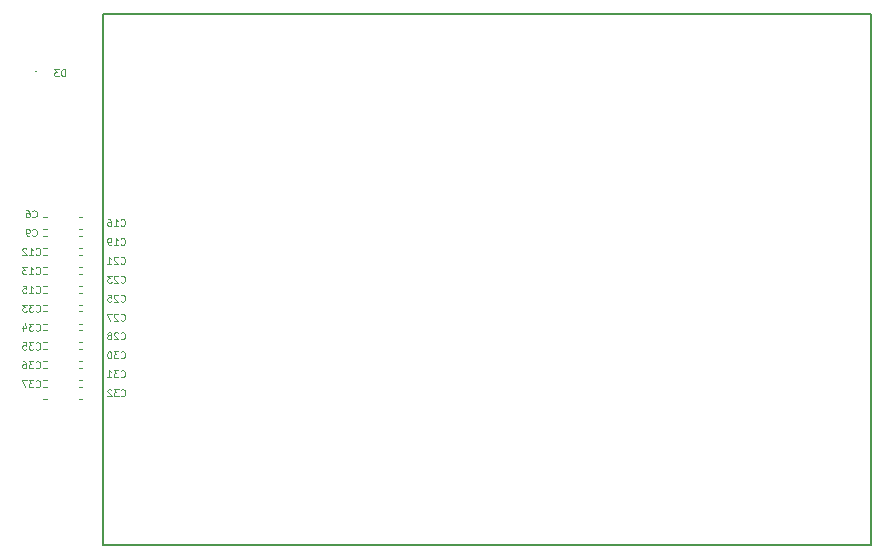
<source format=gbr>
%TF.GenerationSoftware,KiCad,Pcbnew,9.0.1*%
%TF.CreationDate,2025-05-02T11:49:09+03:00*%
%TF.ProjectId,Kampela_H1,4b616d70-656c-4615-9f48-312e6b696361,rev?*%
%TF.SameCoordinates,Original*%
%TF.FileFunction,Legend,Bot*%
%TF.FilePolarity,Positive*%
%FSLAX46Y46*%
G04 Gerber Fmt 4.6, Leading zero omitted, Abs format (unit mm)*
G04 Created by KiCad (PCBNEW 9.0.1) date 2025-05-02 11:49:09*
%MOMM*%
%LPD*%
G01*
G04 APERTURE LIST*
%ADD10C,0.200000*%
%ADD11C,0.120000*%
%ADD12C,0.100000*%
G04 APERTURE END LIST*
D10*
X101660000Y-73010000D02*
X166660000Y-73010000D01*
X166660000Y-118010000D01*
X101660000Y-118010000D01*
X101660000Y-73010000D01*
D11*
X95945714Y-99764188D02*
X95974286Y-99792760D01*
X95974286Y-99792760D02*
X96060000Y-99821331D01*
X96060000Y-99821331D02*
X96117143Y-99821331D01*
X96117143Y-99821331D02*
X96202857Y-99792760D01*
X96202857Y-99792760D02*
X96260000Y-99735617D01*
X96260000Y-99735617D02*
X96288571Y-99678474D01*
X96288571Y-99678474D02*
X96317143Y-99564188D01*
X96317143Y-99564188D02*
X96317143Y-99478474D01*
X96317143Y-99478474D02*
X96288571Y-99364188D01*
X96288571Y-99364188D02*
X96260000Y-99307045D01*
X96260000Y-99307045D02*
X96202857Y-99249902D01*
X96202857Y-99249902D02*
X96117143Y-99221331D01*
X96117143Y-99221331D02*
X96060000Y-99221331D01*
X96060000Y-99221331D02*
X95974286Y-99249902D01*
X95974286Y-99249902D02*
X95945714Y-99278474D01*
X95745714Y-99221331D02*
X95374286Y-99221331D01*
X95374286Y-99221331D02*
X95574286Y-99449902D01*
X95574286Y-99449902D02*
X95488571Y-99449902D01*
X95488571Y-99449902D02*
X95431429Y-99478474D01*
X95431429Y-99478474D02*
X95402857Y-99507045D01*
X95402857Y-99507045D02*
X95374286Y-99564188D01*
X95374286Y-99564188D02*
X95374286Y-99707045D01*
X95374286Y-99707045D02*
X95402857Y-99764188D01*
X95402857Y-99764188D02*
X95431429Y-99792760D01*
X95431429Y-99792760D02*
X95488571Y-99821331D01*
X95488571Y-99821331D02*
X95660000Y-99821331D01*
X95660000Y-99821331D02*
X95717143Y-99792760D01*
X95717143Y-99792760D02*
X95745714Y-99764188D01*
X94860000Y-99421331D02*
X94860000Y-99821331D01*
X95002857Y-99192760D02*
X95145714Y-99621331D01*
X95145714Y-99621331D02*
X94774285Y-99621331D01*
X103135714Y-95714188D02*
X103164286Y-95742760D01*
X103164286Y-95742760D02*
X103250000Y-95771331D01*
X103250000Y-95771331D02*
X103307143Y-95771331D01*
X103307143Y-95771331D02*
X103392857Y-95742760D01*
X103392857Y-95742760D02*
X103450000Y-95685617D01*
X103450000Y-95685617D02*
X103478571Y-95628474D01*
X103478571Y-95628474D02*
X103507143Y-95514188D01*
X103507143Y-95514188D02*
X103507143Y-95428474D01*
X103507143Y-95428474D02*
X103478571Y-95314188D01*
X103478571Y-95314188D02*
X103450000Y-95257045D01*
X103450000Y-95257045D02*
X103392857Y-95199902D01*
X103392857Y-95199902D02*
X103307143Y-95171331D01*
X103307143Y-95171331D02*
X103250000Y-95171331D01*
X103250000Y-95171331D02*
X103164286Y-95199902D01*
X103164286Y-95199902D02*
X103135714Y-95228474D01*
X102907143Y-95228474D02*
X102878571Y-95199902D01*
X102878571Y-95199902D02*
X102821429Y-95171331D01*
X102821429Y-95171331D02*
X102678571Y-95171331D01*
X102678571Y-95171331D02*
X102621429Y-95199902D01*
X102621429Y-95199902D02*
X102592857Y-95228474D01*
X102592857Y-95228474D02*
X102564286Y-95285617D01*
X102564286Y-95285617D02*
X102564286Y-95342760D01*
X102564286Y-95342760D02*
X102592857Y-95428474D01*
X102592857Y-95428474D02*
X102935714Y-95771331D01*
X102935714Y-95771331D02*
X102564286Y-95771331D01*
X102364285Y-95171331D02*
X101992857Y-95171331D01*
X101992857Y-95171331D02*
X102192857Y-95399902D01*
X102192857Y-95399902D02*
X102107142Y-95399902D01*
X102107142Y-95399902D02*
X102050000Y-95428474D01*
X102050000Y-95428474D02*
X102021428Y-95457045D01*
X102021428Y-95457045D02*
X101992857Y-95514188D01*
X101992857Y-95514188D02*
X101992857Y-95657045D01*
X101992857Y-95657045D02*
X102021428Y-95714188D01*
X102021428Y-95714188D02*
X102050000Y-95742760D01*
X102050000Y-95742760D02*
X102107142Y-95771331D01*
X102107142Y-95771331D02*
X102278571Y-95771331D01*
X102278571Y-95771331D02*
X102335714Y-95742760D01*
X102335714Y-95742760D02*
X102364285Y-95714188D01*
X103135714Y-90914188D02*
X103164286Y-90942760D01*
X103164286Y-90942760D02*
X103250000Y-90971331D01*
X103250000Y-90971331D02*
X103307143Y-90971331D01*
X103307143Y-90971331D02*
X103392857Y-90942760D01*
X103392857Y-90942760D02*
X103450000Y-90885617D01*
X103450000Y-90885617D02*
X103478571Y-90828474D01*
X103478571Y-90828474D02*
X103507143Y-90714188D01*
X103507143Y-90714188D02*
X103507143Y-90628474D01*
X103507143Y-90628474D02*
X103478571Y-90514188D01*
X103478571Y-90514188D02*
X103450000Y-90457045D01*
X103450000Y-90457045D02*
X103392857Y-90399902D01*
X103392857Y-90399902D02*
X103307143Y-90371331D01*
X103307143Y-90371331D02*
X103250000Y-90371331D01*
X103250000Y-90371331D02*
X103164286Y-90399902D01*
X103164286Y-90399902D02*
X103135714Y-90428474D01*
X102564286Y-90971331D02*
X102907143Y-90971331D01*
X102735714Y-90971331D02*
X102735714Y-90371331D01*
X102735714Y-90371331D02*
X102792857Y-90457045D01*
X102792857Y-90457045D02*
X102850000Y-90514188D01*
X102850000Y-90514188D02*
X102907143Y-90542760D01*
X102050000Y-90371331D02*
X102164285Y-90371331D01*
X102164285Y-90371331D02*
X102221428Y-90399902D01*
X102221428Y-90399902D02*
X102250000Y-90428474D01*
X102250000Y-90428474D02*
X102307142Y-90514188D01*
X102307142Y-90514188D02*
X102335714Y-90628474D01*
X102335714Y-90628474D02*
X102335714Y-90857045D01*
X102335714Y-90857045D02*
X102307142Y-90914188D01*
X102307142Y-90914188D02*
X102278571Y-90942760D01*
X102278571Y-90942760D02*
X102221428Y-90971331D01*
X102221428Y-90971331D02*
X102107142Y-90971331D01*
X102107142Y-90971331D02*
X102050000Y-90942760D01*
X102050000Y-90942760D02*
X102021428Y-90914188D01*
X102021428Y-90914188D02*
X101992857Y-90857045D01*
X101992857Y-90857045D02*
X101992857Y-90714188D01*
X101992857Y-90714188D02*
X102021428Y-90657045D01*
X102021428Y-90657045D02*
X102050000Y-90628474D01*
X102050000Y-90628474D02*
X102107142Y-90599902D01*
X102107142Y-90599902D02*
X102221428Y-90599902D01*
X102221428Y-90599902D02*
X102278571Y-90628474D01*
X102278571Y-90628474D02*
X102307142Y-90657045D01*
X102307142Y-90657045D02*
X102335714Y-90714188D01*
X103135714Y-94114188D02*
X103164286Y-94142760D01*
X103164286Y-94142760D02*
X103250000Y-94171331D01*
X103250000Y-94171331D02*
X103307143Y-94171331D01*
X103307143Y-94171331D02*
X103392857Y-94142760D01*
X103392857Y-94142760D02*
X103450000Y-94085617D01*
X103450000Y-94085617D02*
X103478571Y-94028474D01*
X103478571Y-94028474D02*
X103507143Y-93914188D01*
X103507143Y-93914188D02*
X103507143Y-93828474D01*
X103507143Y-93828474D02*
X103478571Y-93714188D01*
X103478571Y-93714188D02*
X103450000Y-93657045D01*
X103450000Y-93657045D02*
X103392857Y-93599902D01*
X103392857Y-93599902D02*
X103307143Y-93571331D01*
X103307143Y-93571331D02*
X103250000Y-93571331D01*
X103250000Y-93571331D02*
X103164286Y-93599902D01*
X103164286Y-93599902D02*
X103135714Y-93628474D01*
X102907143Y-93628474D02*
X102878571Y-93599902D01*
X102878571Y-93599902D02*
X102821429Y-93571331D01*
X102821429Y-93571331D02*
X102678571Y-93571331D01*
X102678571Y-93571331D02*
X102621429Y-93599902D01*
X102621429Y-93599902D02*
X102592857Y-93628474D01*
X102592857Y-93628474D02*
X102564286Y-93685617D01*
X102564286Y-93685617D02*
X102564286Y-93742760D01*
X102564286Y-93742760D02*
X102592857Y-93828474D01*
X102592857Y-93828474D02*
X102935714Y-94171331D01*
X102935714Y-94171331D02*
X102564286Y-94171331D01*
X101992857Y-94171331D02*
X102335714Y-94171331D01*
X102164285Y-94171331D02*
X102164285Y-93571331D01*
X102164285Y-93571331D02*
X102221428Y-93657045D01*
X102221428Y-93657045D02*
X102278571Y-93714188D01*
X102278571Y-93714188D02*
X102335714Y-93742760D01*
X95945714Y-94964188D02*
X95974286Y-94992760D01*
X95974286Y-94992760D02*
X96060000Y-95021331D01*
X96060000Y-95021331D02*
X96117143Y-95021331D01*
X96117143Y-95021331D02*
X96202857Y-94992760D01*
X96202857Y-94992760D02*
X96260000Y-94935617D01*
X96260000Y-94935617D02*
X96288571Y-94878474D01*
X96288571Y-94878474D02*
X96317143Y-94764188D01*
X96317143Y-94764188D02*
X96317143Y-94678474D01*
X96317143Y-94678474D02*
X96288571Y-94564188D01*
X96288571Y-94564188D02*
X96260000Y-94507045D01*
X96260000Y-94507045D02*
X96202857Y-94449902D01*
X96202857Y-94449902D02*
X96117143Y-94421331D01*
X96117143Y-94421331D02*
X96060000Y-94421331D01*
X96060000Y-94421331D02*
X95974286Y-94449902D01*
X95974286Y-94449902D02*
X95945714Y-94478474D01*
X95374286Y-95021331D02*
X95717143Y-95021331D01*
X95545714Y-95021331D02*
X95545714Y-94421331D01*
X95545714Y-94421331D02*
X95602857Y-94507045D01*
X95602857Y-94507045D02*
X95660000Y-94564188D01*
X95660000Y-94564188D02*
X95717143Y-94592760D01*
X95174285Y-94421331D02*
X94802857Y-94421331D01*
X94802857Y-94421331D02*
X95002857Y-94649902D01*
X95002857Y-94649902D02*
X94917142Y-94649902D01*
X94917142Y-94649902D02*
X94860000Y-94678474D01*
X94860000Y-94678474D02*
X94831428Y-94707045D01*
X94831428Y-94707045D02*
X94802857Y-94764188D01*
X94802857Y-94764188D02*
X94802857Y-94907045D01*
X94802857Y-94907045D02*
X94831428Y-94964188D01*
X94831428Y-94964188D02*
X94860000Y-94992760D01*
X94860000Y-94992760D02*
X94917142Y-95021331D01*
X94917142Y-95021331D02*
X95088571Y-95021331D01*
X95088571Y-95021331D02*
X95145714Y-94992760D01*
X95145714Y-94992760D02*
X95174285Y-94964188D01*
X95659999Y-90164188D02*
X95688571Y-90192760D01*
X95688571Y-90192760D02*
X95774285Y-90221331D01*
X95774285Y-90221331D02*
X95831428Y-90221331D01*
X95831428Y-90221331D02*
X95917142Y-90192760D01*
X95917142Y-90192760D02*
X95974285Y-90135617D01*
X95974285Y-90135617D02*
X96002856Y-90078474D01*
X96002856Y-90078474D02*
X96031428Y-89964188D01*
X96031428Y-89964188D02*
X96031428Y-89878474D01*
X96031428Y-89878474D02*
X96002856Y-89764188D01*
X96002856Y-89764188D02*
X95974285Y-89707045D01*
X95974285Y-89707045D02*
X95917142Y-89649902D01*
X95917142Y-89649902D02*
X95831428Y-89621331D01*
X95831428Y-89621331D02*
X95774285Y-89621331D01*
X95774285Y-89621331D02*
X95688571Y-89649902D01*
X95688571Y-89649902D02*
X95659999Y-89678474D01*
X95145714Y-89621331D02*
X95259999Y-89621331D01*
X95259999Y-89621331D02*
X95317142Y-89649902D01*
X95317142Y-89649902D02*
X95345714Y-89678474D01*
X95345714Y-89678474D02*
X95402856Y-89764188D01*
X95402856Y-89764188D02*
X95431428Y-89878474D01*
X95431428Y-89878474D02*
X95431428Y-90107045D01*
X95431428Y-90107045D02*
X95402856Y-90164188D01*
X95402856Y-90164188D02*
X95374285Y-90192760D01*
X95374285Y-90192760D02*
X95317142Y-90221331D01*
X95317142Y-90221331D02*
X95202856Y-90221331D01*
X95202856Y-90221331D02*
X95145714Y-90192760D01*
X95145714Y-90192760D02*
X95117142Y-90164188D01*
X95117142Y-90164188D02*
X95088571Y-90107045D01*
X95088571Y-90107045D02*
X95088571Y-89964188D01*
X95088571Y-89964188D02*
X95117142Y-89907045D01*
X95117142Y-89907045D02*
X95145714Y-89878474D01*
X95145714Y-89878474D02*
X95202856Y-89849902D01*
X95202856Y-89849902D02*
X95317142Y-89849902D01*
X95317142Y-89849902D02*
X95374285Y-89878474D01*
X95374285Y-89878474D02*
X95402856Y-89907045D01*
X95402856Y-89907045D02*
X95431428Y-89964188D01*
X95945714Y-104564188D02*
X95974286Y-104592760D01*
X95974286Y-104592760D02*
X96060000Y-104621331D01*
X96060000Y-104621331D02*
X96117143Y-104621331D01*
X96117143Y-104621331D02*
X96202857Y-104592760D01*
X96202857Y-104592760D02*
X96260000Y-104535617D01*
X96260000Y-104535617D02*
X96288571Y-104478474D01*
X96288571Y-104478474D02*
X96317143Y-104364188D01*
X96317143Y-104364188D02*
X96317143Y-104278474D01*
X96317143Y-104278474D02*
X96288571Y-104164188D01*
X96288571Y-104164188D02*
X96260000Y-104107045D01*
X96260000Y-104107045D02*
X96202857Y-104049902D01*
X96202857Y-104049902D02*
X96117143Y-104021331D01*
X96117143Y-104021331D02*
X96060000Y-104021331D01*
X96060000Y-104021331D02*
X95974286Y-104049902D01*
X95974286Y-104049902D02*
X95945714Y-104078474D01*
X95745714Y-104021331D02*
X95374286Y-104021331D01*
X95374286Y-104021331D02*
X95574286Y-104249902D01*
X95574286Y-104249902D02*
X95488571Y-104249902D01*
X95488571Y-104249902D02*
X95431429Y-104278474D01*
X95431429Y-104278474D02*
X95402857Y-104307045D01*
X95402857Y-104307045D02*
X95374286Y-104364188D01*
X95374286Y-104364188D02*
X95374286Y-104507045D01*
X95374286Y-104507045D02*
X95402857Y-104564188D01*
X95402857Y-104564188D02*
X95431429Y-104592760D01*
X95431429Y-104592760D02*
X95488571Y-104621331D01*
X95488571Y-104621331D02*
X95660000Y-104621331D01*
X95660000Y-104621331D02*
X95717143Y-104592760D01*
X95717143Y-104592760D02*
X95745714Y-104564188D01*
X95174285Y-104021331D02*
X94774285Y-104021331D01*
X94774285Y-104021331D02*
X95031428Y-104621331D01*
X95945714Y-102964188D02*
X95974286Y-102992760D01*
X95974286Y-102992760D02*
X96060000Y-103021331D01*
X96060000Y-103021331D02*
X96117143Y-103021331D01*
X96117143Y-103021331D02*
X96202857Y-102992760D01*
X96202857Y-102992760D02*
X96260000Y-102935617D01*
X96260000Y-102935617D02*
X96288571Y-102878474D01*
X96288571Y-102878474D02*
X96317143Y-102764188D01*
X96317143Y-102764188D02*
X96317143Y-102678474D01*
X96317143Y-102678474D02*
X96288571Y-102564188D01*
X96288571Y-102564188D02*
X96260000Y-102507045D01*
X96260000Y-102507045D02*
X96202857Y-102449902D01*
X96202857Y-102449902D02*
X96117143Y-102421331D01*
X96117143Y-102421331D02*
X96060000Y-102421331D01*
X96060000Y-102421331D02*
X95974286Y-102449902D01*
X95974286Y-102449902D02*
X95945714Y-102478474D01*
X95745714Y-102421331D02*
X95374286Y-102421331D01*
X95374286Y-102421331D02*
X95574286Y-102649902D01*
X95574286Y-102649902D02*
X95488571Y-102649902D01*
X95488571Y-102649902D02*
X95431429Y-102678474D01*
X95431429Y-102678474D02*
X95402857Y-102707045D01*
X95402857Y-102707045D02*
X95374286Y-102764188D01*
X95374286Y-102764188D02*
X95374286Y-102907045D01*
X95374286Y-102907045D02*
X95402857Y-102964188D01*
X95402857Y-102964188D02*
X95431429Y-102992760D01*
X95431429Y-102992760D02*
X95488571Y-103021331D01*
X95488571Y-103021331D02*
X95660000Y-103021331D01*
X95660000Y-103021331D02*
X95717143Y-102992760D01*
X95717143Y-102992760D02*
X95745714Y-102964188D01*
X94860000Y-102421331D02*
X94974285Y-102421331D01*
X94974285Y-102421331D02*
X95031428Y-102449902D01*
X95031428Y-102449902D02*
X95060000Y-102478474D01*
X95060000Y-102478474D02*
X95117142Y-102564188D01*
X95117142Y-102564188D02*
X95145714Y-102678474D01*
X95145714Y-102678474D02*
X95145714Y-102907045D01*
X95145714Y-102907045D02*
X95117142Y-102964188D01*
X95117142Y-102964188D02*
X95088571Y-102992760D01*
X95088571Y-102992760D02*
X95031428Y-103021331D01*
X95031428Y-103021331D02*
X94917142Y-103021331D01*
X94917142Y-103021331D02*
X94860000Y-102992760D01*
X94860000Y-102992760D02*
X94831428Y-102964188D01*
X94831428Y-102964188D02*
X94802857Y-102907045D01*
X94802857Y-102907045D02*
X94802857Y-102764188D01*
X94802857Y-102764188D02*
X94831428Y-102707045D01*
X94831428Y-102707045D02*
X94860000Y-102678474D01*
X94860000Y-102678474D02*
X94917142Y-102649902D01*
X94917142Y-102649902D02*
X95031428Y-102649902D01*
X95031428Y-102649902D02*
X95088571Y-102678474D01*
X95088571Y-102678474D02*
X95117142Y-102707045D01*
X95117142Y-102707045D02*
X95145714Y-102764188D01*
X103135714Y-97314188D02*
X103164286Y-97342760D01*
X103164286Y-97342760D02*
X103250000Y-97371331D01*
X103250000Y-97371331D02*
X103307143Y-97371331D01*
X103307143Y-97371331D02*
X103392857Y-97342760D01*
X103392857Y-97342760D02*
X103450000Y-97285617D01*
X103450000Y-97285617D02*
X103478571Y-97228474D01*
X103478571Y-97228474D02*
X103507143Y-97114188D01*
X103507143Y-97114188D02*
X103507143Y-97028474D01*
X103507143Y-97028474D02*
X103478571Y-96914188D01*
X103478571Y-96914188D02*
X103450000Y-96857045D01*
X103450000Y-96857045D02*
X103392857Y-96799902D01*
X103392857Y-96799902D02*
X103307143Y-96771331D01*
X103307143Y-96771331D02*
X103250000Y-96771331D01*
X103250000Y-96771331D02*
X103164286Y-96799902D01*
X103164286Y-96799902D02*
X103135714Y-96828474D01*
X102907143Y-96828474D02*
X102878571Y-96799902D01*
X102878571Y-96799902D02*
X102821429Y-96771331D01*
X102821429Y-96771331D02*
X102678571Y-96771331D01*
X102678571Y-96771331D02*
X102621429Y-96799902D01*
X102621429Y-96799902D02*
X102592857Y-96828474D01*
X102592857Y-96828474D02*
X102564286Y-96885617D01*
X102564286Y-96885617D02*
X102564286Y-96942760D01*
X102564286Y-96942760D02*
X102592857Y-97028474D01*
X102592857Y-97028474D02*
X102935714Y-97371331D01*
X102935714Y-97371331D02*
X102564286Y-97371331D01*
X102021428Y-96771331D02*
X102307142Y-96771331D01*
X102307142Y-96771331D02*
X102335714Y-97057045D01*
X102335714Y-97057045D02*
X102307142Y-97028474D01*
X102307142Y-97028474D02*
X102250000Y-96999902D01*
X102250000Y-96999902D02*
X102107142Y-96999902D01*
X102107142Y-96999902D02*
X102050000Y-97028474D01*
X102050000Y-97028474D02*
X102021428Y-97057045D01*
X102021428Y-97057045D02*
X101992857Y-97114188D01*
X101992857Y-97114188D02*
X101992857Y-97257045D01*
X101992857Y-97257045D02*
X102021428Y-97314188D01*
X102021428Y-97314188D02*
X102050000Y-97342760D01*
X102050000Y-97342760D02*
X102107142Y-97371331D01*
X102107142Y-97371331D02*
X102250000Y-97371331D01*
X102250000Y-97371331D02*
X102307142Y-97342760D01*
X102307142Y-97342760D02*
X102335714Y-97314188D01*
X98422856Y-78301331D02*
X98422856Y-77701331D01*
X98422856Y-77701331D02*
X98279999Y-77701331D01*
X98279999Y-77701331D02*
X98194285Y-77729902D01*
X98194285Y-77729902D02*
X98137142Y-77787045D01*
X98137142Y-77787045D02*
X98108571Y-77844188D01*
X98108571Y-77844188D02*
X98079999Y-77958474D01*
X98079999Y-77958474D02*
X98079999Y-78044188D01*
X98079999Y-78044188D02*
X98108571Y-78158474D01*
X98108571Y-78158474D02*
X98137142Y-78215617D01*
X98137142Y-78215617D02*
X98194285Y-78272760D01*
X98194285Y-78272760D02*
X98279999Y-78301331D01*
X98279999Y-78301331D02*
X98422856Y-78301331D01*
X97879999Y-77701331D02*
X97508571Y-77701331D01*
X97508571Y-77701331D02*
X97708571Y-77929902D01*
X97708571Y-77929902D02*
X97622856Y-77929902D01*
X97622856Y-77929902D02*
X97565714Y-77958474D01*
X97565714Y-77958474D02*
X97537142Y-77987045D01*
X97537142Y-77987045D02*
X97508571Y-78044188D01*
X97508571Y-78044188D02*
X97508571Y-78187045D01*
X97508571Y-78187045D02*
X97537142Y-78244188D01*
X97537142Y-78244188D02*
X97565714Y-78272760D01*
X97565714Y-78272760D02*
X97622856Y-78301331D01*
X97622856Y-78301331D02*
X97794285Y-78301331D01*
X97794285Y-78301331D02*
X97851428Y-78272760D01*
X97851428Y-78272760D02*
X97879999Y-78244188D01*
X95945714Y-101364188D02*
X95974286Y-101392760D01*
X95974286Y-101392760D02*
X96060000Y-101421331D01*
X96060000Y-101421331D02*
X96117143Y-101421331D01*
X96117143Y-101421331D02*
X96202857Y-101392760D01*
X96202857Y-101392760D02*
X96260000Y-101335617D01*
X96260000Y-101335617D02*
X96288571Y-101278474D01*
X96288571Y-101278474D02*
X96317143Y-101164188D01*
X96317143Y-101164188D02*
X96317143Y-101078474D01*
X96317143Y-101078474D02*
X96288571Y-100964188D01*
X96288571Y-100964188D02*
X96260000Y-100907045D01*
X96260000Y-100907045D02*
X96202857Y-100849902D01*
X96202857Y-100849902D02*
X96117143Y-100821331D01*
X96117143Y-100821331D02*
X96060000Y-100821331D01*
X96060000Y-100821331D02*
X95974286Y-100849902D01*
X95974286Y-100849902D02*
X95945714Y-100878474D01*
X95745714Y-100821331D02*
X95374286Y-100821331D01*
X95374286Y-100821331D02*
X95574286Y-101049902D01*
X95574286Y-101049902D02*
X95488571Y-101049902D01*
X95488571Y-101049902D02*
X95431429Y-101078474D01*
X95431429Y-101078474D02*
X95402857Y-101107045D01*
X95402857Y-101107045D02*
X95374286Y-101164188D01*
X95374286Y-101164188D02*
X95374286Y-101307045D01*
X95374286Y-101307045D02*
X95402857Y-101364188D01*
X95402857Y-101364188D02*
X95431429Y-101392760D01*
X95431429Y-101392760D02*
X95488571Y-101421331D01*
X95488571Y-101421331D02*
X95660000Y-101421331D01*
X95660000Y-101421331D02*
X95717143Y-101392760D01*
X95717143Y-101392760D02*
X95745714Y-101364188D01*
X94831428Y-100821331D02*
X95117142Y-100821331D01*
X95117142Y-100821331D02*
X95145714Y-101107045D01*
X95145714Y-101107045D02*
X95117142Y-101078474D01*
X95117142Y-101078474D02*
X95060000Y-101049902D01*
X95060000Y-101049902D02*
X94917142Y-101049902D01*
X94917142Y-101049902D02*
X94860000Y-101078474D01*
X94860000Y-101078474D02*
X94831428Y-101107045D01*
X94831428Y-101107045D02*
X94802857Y-101164188D01*
X94802857Y-101164188D02*
X94802857Y-101307045D01*
X94802857Y-101307045D02*
X94831428Y-101364188D01*
X94831428Y-101364188D02*
X94860000Y-101392760D01*
X94860000Y-101392760D02*
X94917142Y-101421331D01*
X94917142Y-101421331D02*
X95060000Y-101421331D01*
X95060000Y-101421331D02*
X95117142Y-101392760D01*
X95117142Y-101392760D02*
X95145714Y-101364188D01*
X103135714Y-102114188D02*
X103164286Y-102142760D01*
X103164286Y-102142760D02*
X103250000Y-102171331D01*
X103250000Y-102171331D02*
X103307143Y-102171331D01*
X103307143Y-102171331D02*
X103392857Y-102142760D01*
X103392857Y-102142760D02*
X103450000Y-102085617D01*
X103450000Y-102085617D02*
X103478571Y-102028474D01*
X103478571Y-102028474D02*
X103507143Y-101914188D01*
X103507143Y-101914188D02*
X103507143Y-101828474D01*
X103507143Y-101828474D02*
X103478571Y-101714188D01*
X103478571Y-101714188D02*
X103450000Y-101657045D01*
X103450000Y-101657045D02*
X103392857Y-101599902D01*
X103392857Y-101599902D02*
X103307143Y-101571331D01*
X103307143Y-101571331D02*
X103250000Y-101571331D01*
X103250000Y-101571331D02*
X103164286Y-101599902D01*
X103164286Y-101599902D02*
X103135714Y-101628474D01*
X102935714Y-101571331D02*
X102564286Y-101571331D01*
X102564286Y-101571331D02*
X102764286Y-101799902D01*
X102764286Y-101799902D02*
X102678571Y-101799902D01*
X102678571Y-101799902D02*
X102621429Y-101828474D01*
X102621429Y-101828474D02*
X102592857Y-101857045D01*
X102592857Y-101857045D02*
X102564286Y-101914188D01*
X102564286Y-101914188D02*
X102564286Y-102057045D01*
X102564286Y-102057045D02*
X102592857Y-102114188D01*
X102592857Y-102114188D02*
X102621429Y-102142760D01*
X102621429Y-102142760D02*
X102678571Y-102171331D01*
X102678571Y-102171331D02*
X102850000Y-102171331D01*
X102850000Y-102171331D02*
X102907143Y-102142760D01*
X102907143Y-102142760D02*
X102935714Y-102114188D01*
X102192857Y-101571331D02*
X102135714Y-101571331D01*
X102135714Y-101571331D02*
X102078571Y-101599902D01*
X102078571Y-101599902D02*
X102050000Y-101628474D01*
X102050000Y-101628474D02*
X102021428Y-101685617D01*
X102021428Y-101685617D02*
X101992857Y-101799902D01*
X101992857Y-101799902D02*
X101992857Y-101942760D01*
X101992857Y-101942760D02*
X102021428Y-102057045D01*
X102021428Y-102057045D02*
X102050000Y-102114188D01*
X102050000Y-102114188D02*
X102078571Y-102142760D01*
X102078571Y-102142760D02*
X102135714Y-102171331D01*
X102135714Y-102171331D02*
X102192857Y-102171331D01*
X102192857Y-102171331D02*
X102250000Y-102142760D01*
X102250000Y-102142760D02*
X102278571Y-102114188D01*
X102278571Y-102114188D02*
X102307142Y-102057045D01*
X102307142Y-102057045D02*
X102335714Y-101942760D01*
X102335714Y-101942760D02*
X102335714Y-101799902D01*
X102335714Y-101799902D02*
X102307142Y-101685617D01*
X102307142Y-101685617D02*
X102278571Y-101628474D01*
X102278571Y-101628474D02*
X102250000Y-101599902D01*
X102250000Y-101599902D02*
X102192857Y-101571331D01*
X103135714Y-103714188D02*
X103164286Y-103742760D01*
X103164286Y-103742760D02*
X103250000Y-103771331D01*
X103250000Y-103771331D02*
X103307143Y-103771331D01*
X103307143Y-103771331D02*
X103392857Y-103742760D01*
X103392857Y-103742760D02*
X103450000Y-103685617D01*
X103450000Y-103685617D02*
X103478571Y-103628474D01*
X103478571Y-103628474D02*
X103507143Y-103514188D01*
X103507143Y-103514188D02*
X103507143Y-103428474D01*
X103507143Y-103428474D02*
X103478571Y-103314188D01*
X103478571Y-103314188D02*
X103450000Y-103257045D01*
X103450000Y-103257045D02*
X103392857Y-103199902D01*
X103392857Y-103199902D02*
X103307143Y-103171331D01*
X103307143Y-103171331D02*
X103250000Y-103171331D01*
X103250000Y-103171331D02*
X103164286Y-103199902D01*
X103164286Y-103199902D02*
X103135714Y-103228474D01*
X102935714Y-103171331D02*
X102564286Y-103171331D01*
X102564286Y-103171331D02*
X102764286Y-103399902D01*
X102764286Y-103399902D02*
X102678571Y-103399902D01*
X102678571Y-103399902D02*
X102621429Y-103428474D01*
X102621429Y-103428474D02*
X102592857Y-103457045D01*
X102592857Y-103457045D02*
X102564286Y-103514188D01*
X102564286Y-103514188D02*
X102564286Y-103657045D01*
X102564286Y-103657045D02*
X102592857Y-103714188D01*
X102592857Y-103714188D02*
X102621429Y-103742760D01*
X102621429Y-103742760D02*
X102678571Y-103771331D01*
X102678571Y-103771331D02*
X102850000Y-103771331D01*
X102850000Y-103771331D02*
X102907143Y-103742760D01*
X102907143Y-103742760D02*
X102935714Y-103714188D01*
X101992857Y-103771331D02*
X102335714Y-103771331D01*
X102164285Y-103771331D02*
X102164285Y-103171331D01*
X102164285Y-103171331D02*
X102221428Y-103257045D01*
X102221428Y-103257045D02*
X102278571Y-103314188D01*
X102278571Y-103314188D02*
X102335714Y-103342760D01*
X103145714Y-105324188D02*
X103174286Y-105352760D01*
X103174286Y-105352760D02*
X103260000Y-105381331D01*
X103260000Y-105381331D02*
X103317143Y-105381331D01*
X103317143Y-105381331D02*
X103402857Y-105352760D01*
X103402857Y-105352760D02*
X103460000Y-105295617D01*
X103460000Y-105295617D02*
X103488571Y-105238474D01*
X103488571Y-105238474D02*
X103517143Y-105124188D01*
X103517143Y-105124188D02*
X103517143Y-105038474D01*
X103517143Y-105038474D02*
X103488571Y-104924188D01*
X103488571Y-104924188D02*
X103460000Y-104867045D01*
X103460000Y-104867045D02*
X103402857Y-104809902D01*
X103402857Y-104809902D02*
X103317143Y-104781331D01*
X103317143Y-104781331D02*
X103260000Y-104781331D01*
X103260000Y-104781331D02*
X103174286Y-104809902D01*
X103174286Y-104809902D02*
X103145714Y-104838474D01*
X102945714Y-104781331D02*
X102574286Y-104781331D01*
X102574286Y-104781331D02*
X102774286Y-105009902D01*
X102774286Y-105009902D02*
X102688571Y-105009902D01*
X102688571Y-105009902D02*
X102631429Y-105038474D01*
X102631429Y-105038474D02*
X102602857Y-105067045D01*
X102602857Y-105067045D02*
X102574286Y-105124188D01*
X102574286Y-105124188D02*
X102574286Y-105267045D01*
X102574286Y-105267045D02*
X102602857Y-105324188D01*
X102602857Y-105324188D02*
X102631429Y-105352760D01*
X102631429Y-105352760D02*
X102688571Y-105381331D01*
X102688571Y-105381331D02*
X102860000Y-105381331D01*
X102860000Y-105381331D02*
X102917143Y-105352760D01*
X102917143Y-105352760D02*
X102945714Y-105324188D01*
X102345714Y-104838474D02*
X102317142Y-104809902D01*
X102317142Y-104809902D02*
X102260000Y-104781331D01*
X102260000Y-104781331D02*
X102117142Y-104781331D01*
X102117142Y-104781331D02*
X102060000Y-104809902D01*
X102060000Y-104809902D02*
X102031428Y-104838474D01*
X102031428Y-104838474D02*
X102002857Y-104895617D01*
X102002857Y-104895617D02*
X102002857Y-104952760D01*
X102002857Y-104952760D02*
X102031428Y-105038474D01*
X102031428Y-105038474D02*
X102374285Y-105381331D01*
X102374285Y-105381331D02*
X102002857Y-105381331D01*
X95945714Y-93364188D02*
X95974286Y-93392760D01*
X95974286Y-93392760D02*
X96060000Y-93421331D01*
X96060000Y-93421331D02*
X96117143Y-93421331D01*
X96117143Y-93421331D02*
X96202857Y-93392760D01*
X96202857Y-93392760D02*
X96260000Y-93335617D01*
X96260000Y-93335617D02*
X96288571Y-93278474D01*
X96288571Y-93278474D02*
X96317143Y-93164188D01*
X96317143Y-93164188D02*
X96317143Y-93078474D01*
X96317143Y-93078474D02*
X96288571Y-92964188D01*
X96288571Y-92964188D02*
X96260000Y-92907045D01*
X96260000Y-92907045D02*
X96202857Y-92849902D01*
X96202857Y-92849902D02*
X96117143Y-92821331D01*
X96117143Y-92821331D02*
X96060000Y-92821331D01*
X96060000Y-92821331D02*
X95974286Y-92849902D01*
X95974286Y-92849902D02*
X95945714Y-92878474D01*
X95374286Y-93421331D02*
X95717143Y-93421331D01*
X95545714Y-93421331D02*
X95545714Y-92821331D01*
X95545714Y-92821331D02*
X95602857Y-92907045D01*
X95602857Y-92907045D02*
X95660000Y-92964188D01*
X95660000Y-92964188D02*
X95717143Y-92992760D01*
X95145714Y-92878474D02*
X95117142Y-92849902D01*
X95117142Y-92849902D02*
X95060000Y-92821331D01*
X95060000Y-92821331D02*
X94917142Y-92821331D01*
X94917142Y-92821331D02*
X94860000Y-92849902D01*
X94860000Y-92849902D02*
X94831428Y-92878474D01*
X94831428Y-92878474D02*
X94802857Y-92935617D01*
X94802857Y-92935617D02*
X94802857Y-92992760D01*
X94802857Y-92992760D02*
X94831428Y-93078474D01*
X94831428Y-93078474D02*
X95174285Y-93421331D01*
X95174285Y-93421331D02*
X94802857Y-93421331D01*
X95659999Y-91764188D02*
X95688571Y-91792760D01*
X95688571Y-91792760D02*
X95774285Y-91821331D01*
X95774285Y-91821331D02*
X95831428Y-91821331D01*
X95831428Y-91821331D02*
X95917142Y-91792760D01*
X95917142Y-91792760D02*
X95974285Y-91735617D01*
X95974285Y-91735617D02*
X96002856Y-91678474D01*
X96002856Y-91678474D02*
X96031428Y-91564188D01*
X96031428Y-91564188D02*
X96031428Y-91478474D01*
X96031428Y-91478474D02*
X96002856Y-91364188D01*
X96002856Y-91364188D02*
X95974285Y-91307045D01*
X95974285Y-91307045D02*
X95917142Y-91249902D01*
X95917142Y-91249902D02*
X95831428Y-91221331D01*
X95831428Y-91221331D02*
X95774285Y-91221331D01*
X95774285Y-91221331D02*
X95688571Y-91249902D01*
X95688571Y-91249902D02*
X95659999Y-91278474D01*
X95374285Y-91821331D02*
X95259999Y-91821331D01*
X95259999Y-91821331D02*
X95202856Y-91792760D01*
X95202856Y-91792760D02*
X95174285Y-91764188D01*
X95174285Y-91764188D02*
X95117142Y-91678474D01*
X95117142Y-91678474D02*
X95088571Y-91564188D01*
X95088571Y-91564188D02*
X95088571Y-91335617D01*
X95088571Y-91335617D02*
X95117142Y-91278474D01*
X95117142Y-91278474D02*
X95145714Y-91249902D01*
X95145714Y-91249902D02*
X95202856Y-91221331D01*
X95202856Y-91221331D02*
X95317142Y-91221331D01*
X95317142Y-91221331D02*
X95374285Y-91249902D01*
X95374285Y-91249902D02*
X95402856Y-91278474D01*
X95402856Y-91278474D02*
X95431428Y-91335617D01*
X95431428Y-91335617D02*
X95431428Y-91478474D01*
X95431428Y-91478474D02*
X95402856Y-91535617D01*
X95402856Y-91535617D02*
X95374285Y-91564188D01*
X95374285Y-91564188D02*
X95317142Y-91592760D01*
X95317142Y-91592760D02*
X95202856Y-91592760D01*
X95202856Y-91592760D02*
X95145714Y-91564188D01*
X95145714Y-91564188D02*
X95117142Y-91535617D01*
X95117142Y-91535617D02*
X95088571Y-91478474D01*
X103135714Y-100514188D02*
X103164286Y-100542760D01*
X103164286Y-100542760D02*
X103250000Y-100571331D01*
X103250000Y-100571331D02*
X103307143Y-100571331D01*
X103307143Y-100571331D02*
X103392857Y-100542760D01*
X103392857Y-100542760D02*
X103450000Y-100485617D01*
X103450000Y-100485617D02*
X103478571Y-100428474D01*
X103478571Y-100428474D02*
X103507143Y-100314188D01*
X103507143Y-100314188D02*
X103507143Y-100228474D01*
X103507143Y-100228474D02*
X103478571Y-100114188D01*
X103478571Y-100114188D02*
X103450000Y-100057045D01*
X103450000Y-100057045D02*
X103392857Y-99999902D01*
X103392857Y-99999902D02*
X103307143Y-99971331D01*
X103307143Y-99971331D02*
X103250000Y-99971331D01*
X103250000Y-99971331D02*
X103164286Y-99999902D01*
X103164286Y-99999902D02*
X103135714Y-100028474D01*
X102907143Y-100028474D02*
X102878571Y-99999902D01*
X102878571Y-99999902D02*
X102821429Y-99971331D01*
X102821429Y-99971331D02*
X102678571Y-99971331D01*
X102678571Y-99971331D02*
X102621429Y-99999902D01*
X102621429Y-99999902D02*
X102592857Y-100028474D01*
X102592857Y-100028474D02*
X102564286Y-100085617D01*
X102564286Y-100085617D02*
X102564286Y-100142760D01*
X102564286Y-100142760D02*
X102592857Y-100228474D01*
X102592857Y-100228474D02*
X102935714Y-100571331D01*
X102935714Y-100571331D02*
X102564286Y-100571331D01*
X102221428Y-100228474D02*
X102278571Y-100199902D01*
X102278571Y-100199902D02*
X102307142Y-100171331D01*
X102307142Y-100171331D02*
X102335714Y-100114188D01*
X102335714Y-100114188D02*
X102335714Y-100085617D01*
X102335714Y-100085617D02*
X102307142Y-100028474D01*
X102307142Y-100028474D02*
X102278571Y-99999902D01*
X102278571Y-99999902D02*
X102221428Y-99971331D01*
X102221428Y-99971331D02*
X102107142Y-99971331D01*
X102107142Y-99971331D02*
X102050000Y-99999902D01*
X102050000Y-99999902D02*
X102021428Y-100028474D01*
X102021428Y-100028474D02*
X101992857Y-100085617D01*
X101992857Y-100085617D02*
X101992857Y-100114188D01*
X101992857Y-100114188D02*
X102021428Y-100171331D01*
X102021428Y-100171331D02*
X102050000Y-100199902D01*
X102050000Y-100199902D02*
X102107142Y-100228474D01*
X102107142Y-100228474D02*
X102221428Y-100228474D01*
X102221428Y-100228474D02*
X102278571Y-100257045D01*
X102278571Y-100257045D02*
X102307142Y-100285617D01*
X102307142Y-100285617D02*
X102335714Y-100342760D01*
X102335714Y-100342760D02*
X102335714Y-100457045D01*
X102335714Y-100457045D02*
X102307142Y-100514188D01*
X102307142Y-100514188D02*
X102278571Y-100542760D01*
X102278571Y-100542760D02*
X102221428Y-100571331D01*
X102221428Y-100571331D02*
X102107142Y-100571331D01*
X102107142Y-100571331D02*
X102050000Y-100542760D01*
X102050000Y-100542760D02*
X102021428Y-100514188D01*
X102021428Y-100514188D02*
X101992857Y-100457045D01*
X101992857Y-100457045D02*
X101992857Y-100342760D01*
X101992857Y-100342760D02*
X102021428Y-100285617D01*
X102021428Y-100285617D02*
X102050000Y-100257045D01*
X102050000Y-100257045D02*
X102107142Y-100228474D01*
X103135714Y-92514188D02*
X103164286Y-92542760D01*
X103164286Y-92542760D02*
X103250000Y-92571331D01*
X103250000Y-92571331D02*
X103307143Y-92571331D01*
X103307143Y-92571331D02*
X103392857Y-92542760D01*
X103392857Y-92542760D02*
X103450000Y-92485617D01*
X103450000Y-92485617D02*
X103478571Y-92428474D01*
X103478571Y-92428474D02*
X103507143Y-92314188D01*
X103507143Y-92314188D02*
X103507143Y-92228474D01*
X103507143Y-92228474D02*
X103478571Y-92114188D01*
X103478571Y-92114188D02*
X103450000Y-92057045D01*
X103450000Y-92057045D02*
X103392857Y-91999902D01*
X103392857Y-91999902D02*
X103307143Y-91971331D01*
X103307143Y-91971331D02*
X103250000Y-91971331D01*
X103250000Y-91971331D02*
X103164286Y-91999902D01*
X103164286Y-91999902D02*
X103135714Y-92028474D01*
X102564286Y-92571331D02*
X102907143Y-92571331D01*
X102735714Y-92571331D02*
X102735714Y-91971331D01*
X102735714Y-91971331D02*
X102792857Y-92057045D01*
X102792857Y-92057045D02*
X102850000Y-92114188D01*
X102850000Y-92114188D02*
X102907143Y-92142760D01*
X102278571Y-92571331D02*
X102164285Y-92571331D01*
X102164285Y-92571331D02*
X102107142Y-92542760D01*
X102107142Y-92542760D02*
X102078571Y-92514188D01*
X102078571Y-92514188D02*
X102021428Y-92428474D01*
X102021428Y-92428474D02*
X101992857Y-92314188D01*
X101992857Y-92314188D02*
X101992857Y-92085617D01*
X101992857Y-92085617D02*
X102021428Y-92028474D01*
X102021428Y-92028474D02*
X102050000Y-91999902D01*
X102050000Y-91999902D02*
X102107142Y-91971331D01*
X102107142Y-91971331D02*
X102221428Y-91971331D01*
X102221428Y-91971331D02*
X102278571Y-91999902D01*
X102278571Y-91999902D02*
X102307142Y-92028474D01*
X102307142Y-92028474D02*
X102335714Y-92085617D01*
X102335714Y-92085617D02*
X102335714Y-92228474D01*
X102335714Y-92228474D02*
X102307142Y-92285617D01*
X102307142Y-92285617D02*
X102278571Y-92314188D01*
X102278571Y-92314188D02*
X102221428Y-92342760D01*
X102221428Y-92342760D02*
X102107142Y-92342760D01*
X102107142Y-92342760D02*
X102050000Y-92314188D01*
X102050000Y-92314188D02*
X102021428Y-92285617D01*
X102021428Y-92285617D02*
X101992857Y-92228474D01*
X95945714Y-98164188D02*
X95974286Y-98192760D01*
X95974286Y-98192760D02*
X96060000Y-98221331D01*
X96060000Y-98221331D02*
X96117143Y-98221331D01*
X96117143Y-98221331D02*
X96202857Y-98192760D01*
X96202857Y-98192760D02*
X96260000Y-98135617D01*
X96260000Y-98135617D02*
X96288571Y-98078474D01*
X96288571Y-98078474D02*
X96317143Y-97964188D01*
X96317143Y-97964188D02*
X96317143Y-97878474D01*
X96317143Y-97878474D02*
X96288571Y-97764188D01*
X96288571Y-97764188D02*
X96260000Y-97707045D01*
X96260000Y-97707045D02*
X96202857Y-97649902D01*
X96202857Y-97649902D02*
X96117143Y-97621331D01*
X96117143Y-97621331D02*
X96060000Y-97621331D01*
X96060000Y-97621331D02*
X95974286Y-97649902D01*
X95974286Y-97649902D02*
X95945714Y-97678474D01*
X95745714Y-97621331D02*
X95374286Y-97621331D01*
X95374286Y-97621331D02*
X95574286Y-97849902D01*
X95574286Y-97849902D02*
X95488571Y-97849902D01*
X95488571Y-97849902D02*
X95431429Y-97878474D01*
X95431429Y-97878474D02*
X95402857Y-97907045D01*
X95402857Y-97907045D02*
X95374286Y-97964188D01*
X95374286Y-97964188D02*
X95374286Y-98107045D01*
X95374286Y-98107045D02*
X95402857Y-98164188D01*
X95402857Y-98164188D02*
X95431429Y-98192760D01*
X95431429Y-98192760D02*
X95488571Y-98221331D01*
X95488571Y-98221331D02*
X95660000Y-98221331D01*
X95660000Y-98221331D02*
X95717143Y-98192760D01*
X95717143Y-98192760D02*
X95745714Y-98164188D01*
X95174285Y-97621331D02*
X94802857Y-97621331D01*
X94802857Y-97621331D02*
X95002857Y-97849902D01*
X95002857Y-97849902D02*
X94917142Y-97849902D01*
X94917142Y-97849902D02*
X94860000Y-97878474D01*
X94860000Y-97878474D02*
X94831428Y-97907045D01*
X94831428Y-97907045D02*
X94802857Y-97964188D01*
X94802857Y-97964188D02*
X94802857Y-98107045D01*
X94802857Y-98107045D02*
X94831428Y-98164188D01*
X94831428Y-98164188D02*
X94860000Y-98192760D01*
X94860000Y-98192760D02*
X94917142Y-98221331D01*
X94917142Y-98221331D02*
X95088571Y-98221331D01*
X95088571Y-98221331D02*
X95145714Y-98192760D01*
X95145714Y-98192760D02*
X95174285Y-98164188D01*
X103135714Y-98914188D02*
X103164286Y-98942760D01*
X103164286Y-98942760D02*
X103250000Y-98971331D01*
X103250000Y-98971331D02*
X103307143Y-98971331D01*
X103307143Y-98971331D02*
X103392857Y-98942760D01*
X103392857Y-98942760D02*
X103450000Y-98885617D01*
X103450000Y-98885617D02*
X103478571Y-98828474D01*
X103478571Y-98828474D02*
X103507143Y-98714188D01*
X103507143Y-98714188D02*
X103507143Y-98628474D01*
X103507143Y-98628474D02*
X103478571Y-98514188D01*
X103478571Y-98514188D02*
X103450000Y-98457045D01*
X103450000Y-98457045D02*
X103392857Y-98399902D01*
X103392857Y-98399902D02*
X103307143Y-98371331D01*
X103307143Y-98371331D02*
X103250000Y-98371331D01*
X103250000Y-98371331D02*
X103164286Y-98399902D01*
X103164286Y-98399902D02*
X103135714Y-98428474D01*
X102907143Y-98428474D02*
X102878571Y-98399902D01*
X102878571Y-98399902D02*
X102821429Y-98371331D01*
X102821429Y-98371331D02*
X102678571Y-98371331D01*
X102678571Y-98371331D02*
X102621429Y-98399902D01*
X102621429Y-98399902D02*
X102592857Y-98428474D01*
X102592857Y-98428474D02*
X102564286Y-98485617D01*
X102564286Y-98485617D02*
X102564286Y-98542760D01*
X102564286Y-98542760D02*
X102592857Y-98628474D01*
X102592857Y-98628474D02*
X102935714Y-98971331D01*
X102935714Y-98971331D02*
X102564286Y-98971331D01*
X102364285Y-98371331D02*
X101964285Y-98371331D01*
X101964285Y-98371331D02*
X102221428Y-98971331D01*
X95945714Y-96564188D02*
X95974286Y-96592760D01*
X95974286Y-96592760D02*
X96060000Y-96621331D01*
X96060000Y-96621331D02*
X96117143Y-96621331D01*
X96117143Y-96621331D02*
X96202857Y-96592760D01*
X96202857Y-96592760D02*
X96260000Y-96535617D01*
X96260000Y-96535617D02*
X96288571Y-96478474D01*
X96288571Y-96478474D02*
X96317143Y-96364188D01*
X96317143Y-96364188D02*
X96317143Y-96278474D01*
X96317143Y-96278474D02*
X96288571Y-96164188D01*
X96288571Y-96164188D02*
X96260000Y-96107045D01*
X96260000Y-96107045D02*
X96202857Y-96049902D01*
X96202857Y-96049902D02*
X96117143Y-96021331D01*
X96117143Y-96021331D02*
X96060000Y-96021331D01*
X96060000Y-96021331D02*
X95974286Y-96049902D01*
X95974286Y-96049902D02*
X95945714Y-96078474D01*
X95374286Y-96621331D02*
X95717143Y-96621331D01*
X95545714Y-96621331D02*
X95545714Y-96021331D01*
X95545714Y-96021331D02*
X95602857Y-96107045D01*
X95602857Y-96107045D02*
X95660000Y-96164188D01*
X95660000Y-96164188D02*
X95717143Y-96192760D01*
X94831428Y-96021331D02*
X95117142Y-96021331D01*
X95117142Y-96021331D02*
X95145714Y-96307045D01*
X95145714Y-96307045D02*
X95117142Y-96278474D01*
X95117142Y-96278474D02*
X95060000Y-96249902D01*
X95060000Y-96249902D02*
X94917142Y-96249902D01*
X94917142Y-96249902D02*
X94860000Y-96278474D01*
X94860000Y-96278474D02*
X94831428Y-96307045D01*
X94831428Y-96307045D02*
X94802857Y-96364188D01*
X94802857Y-96364188D02*
X94802857Y-96507045D01*
X94802857Y-96507045D02*
X94831428Y-96564188D01*
X94831428Y-96564188D02*
X94860000Y-96592760D01*
X94860000Y-96592760D02*
X94917142Y-96621331D01*
X94917142Y-96621331D02*
X95060000Y-96621331D01*
X95060000Y-96621331D02*
X95117142Y-96592760D01*
X95117142Y-96592760D02*
X95145714Y-96564188D01*
%TO.C,C34*%
X96594420Y-99800000D02*
X96875580Y-99800000D01*
X96594420Y-100820000D02*
X96875580Y-100820000D01*
%TO.C,C23*%
X99875580Y-95000000D02*
X99594420Y-95000000D01*
X99875580Y-96020000D02*
X99594420Y-96020000D01*
%TO.C,C16*%
X99875580Y-90200000D02*
X99594420Y-90200000D01*
X99875580Y-91220000D02*
X99594420Y-91220000D01*
%TO.C,C21*%
X99875580Y-93400000D02*
X99594420Y-93400000D01*
X99875580Y-94420000D02*
X99594420Y-94420000D01*
%TO.C,C13*%
X96594420Y-95000000D02*
X96875580Y-95000000D01*
X96594420Y-96020000D02*
X96875580Y-96020000D01*
%TO.C,C6*%
X96594420Y-90200000D02*
X96875580Y-90200000D01*
X96594420Y-91220000D02*
X96875580Y-91220000D01*
%TO.C,C37*%
X96594420Y-104600000D02*
X96875580Y-104600000D01*
X96594420Y-105620000D02*
X96875580Y-105620000D01*
%TO.C,C36*%
X96594420Y-103000000D02*
X96875580Y-103000000D01*
X96594420Y-104020000D02*
X96875580Y-104020000D01*
%TO.C,C25*%
X99875580Y-96600000D02*
X99594420Y-96600000D01*
X99875580Y-97620000D02*
X99594420Y-97620000D01*
D12*
%TO.C,D3*%
X96010000Y-77870000D02*
G75*
G02*
X95910000Y-77870000I-50000J0D01*
G01*
X95910000Y-77870000D02*
G75*
G02*
X96010000Y-77870000I50000J0D01*
G01*
D11*
%TO.C,C35*%
X96594420Y-101400000D02*
X96875580Y-101400000D01*
X96594420Y-102420000D02*
X96875580Y-102420000D01*
%TO.C,C30*%
X99875580Y-101400000D02*
X99594420Y-101400000D01*
X99875580Y-102420000D02*
X99594420Y-102420000D01*
%TO.C,C31*%
X99875580Y-103000000D02*
X99594420Y-103000000D01*
X99875580Y-104020000D02*
X99594420Y-104020000D01*
%TO.C,C32*%
X99875580Y-104600000D02*
X99594420Y-104600000D01*
X99875580Y-105620000D02*
X99594420Y-105620000D01*
%TO.C,C12*%
X96594420Y-93400000D02*
X96875580Y-93400000D01*
X96594420Y-94420000D02*
X96875580Y-94420000D01*
%TO.C,C9*%
X96594420Y-91800000D02*
X96875580Y-91800000D01*
X96594420Y-92820000D02*
X96875580Y-92820000D01*
%TO.C,C28*%
X99875580Y-99800000D02*
X99594420Y-99800000D01*
X99875580Y-100820000D02*
X99594420Y-100820000D01*
%TO.C,C19*%
X99875580Y-91800000D02*
X99594420Y-91800000D01*
X99875580Y-92820000D02*
X99594420Y-92820000D01*
%TO.C,C33*%
X96594420Y-98200000D02*
X96875580Y-98200000D01*
X96594420Y-99220000D02*
X96875580Y-99220000D01*
%TO.C,C27*%
X99875580Y-98200000D02*
X99594420Y-98200000D01*
X99875580Y-99220000D02*
X99594420Y-99220000D01*
%TO.C,C15*%
X96594420Y-96600000D02*
X96875580Y-96600000D01*
X96594420Y-97620000D02*
X96875580Y-97620000D01*
%TD*%
M02*

</source>
